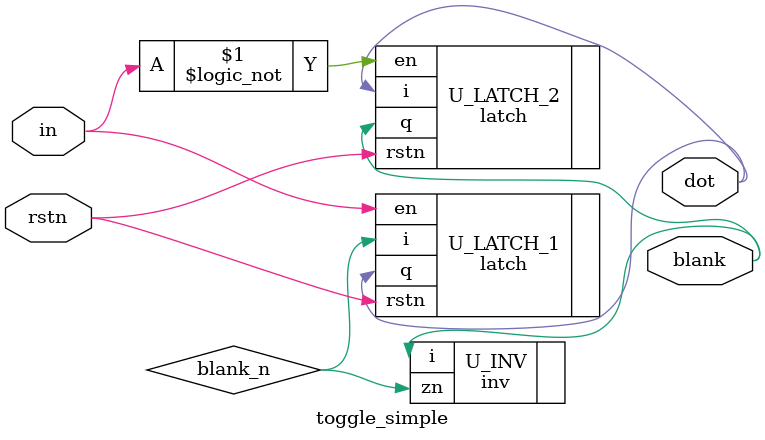
<source format=v>


module toggle_simple (/*AUTOARG*/
   // Outputs
   dot, blank,
   // Inputs
   in, rstn
   );

   input in;
   output dot;
   output blank;

   input  rstn;

   /*AUTOINPUT*/
   /*AUTOOUTPUT*/

   /*AUTOREG*/
   /*AUTOWIRE*/

   wire                 dot;

   wire   blank, blank_n;


   latch U_LATCH_1 (.i(blank_n),
                    .q(dot),
                    .en(in),
                    .rstn(rstn));
   latch U_LATCH_2 (.i(dot),
                    .q(blank),
                    .en(!in),
                    .rstn(rstn));

   inv U_INV(.i(blank), .zn(blank_n));




endmodule // toggle_simple
/*
 Local Variables:
 verilog-library-directories:(
 "."
 )
 End:
 */

</source>
